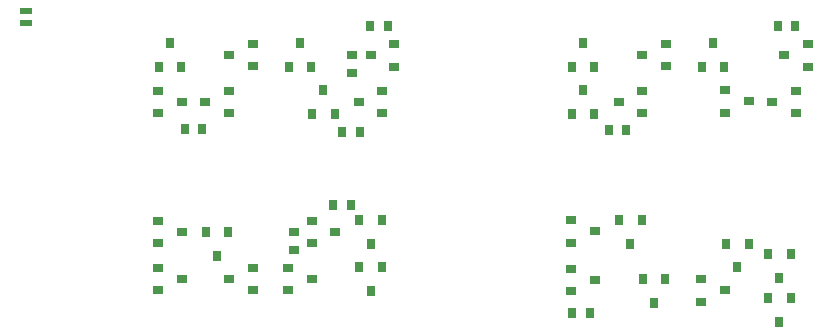
<source format=gbp>
G04 Layer_Color=128*
%FSLAX25Y25*%
%MOIN*%
G70*
G01*
G75*
%ADD10R,0.03543X0.02756*%
%ADD11R,0.02756X0.03543*%
%ADD40R,0.03543X0.03150*%
%ADD41R,0.03150X0.03543*%
%ADD42R,0.03937X0.02362*%
D10*
X96457Y78740D02*
D03*
X96457Y72835D02*
D03*
X115748Y131693D02*
D03*
X115748Y137598D02*
D03*
D11*
X115551Y87795D02*
D03*
X109646Y87795D02*
D03*
X127756Y147244D02*
D03*
X121850Y147244D02*
D03*
X60039Y112992D02*
D03*
X65945Y112992D02*
D03*
X112598Y112205D02*
D03*
X118504Y112205D02*
D03*
X263583Y147244D02*
D03*
X257677Y147244D02*
D03*
X201378Y112598D02*
D03*
X207283Y112598D02*
D03*
X189173Y51575D02*
D03*
X195079Y51575D02*
D03*
D40*
X122047Y137598D02*
D03*
X129921Y133858D02*
D03*
X129921Y141339D02*
D03*
X118110Y122047D02*
D03*
X125984Y118307D02*
D03*
X125984Y125787D02*
D03*
X59055Y122047D02*
D03*
X51181Y125787D02*
D03*
X51181Y118307D02*
D03*
X66929Y122047D02*
D03*
X74803Y118307D02*
D03*
X74803Y125787D02*
D03*
X74803Y137795D02*
D03*
X82677Y134055D02*
D03*
X82677Y141535D02*
D03*
X259842Y137598D02*
D03*
X267717Y133858D02*
D03*
X267717Y141339D02*
D03*
X255906Y122047D02*
D03*
X263779Y118307D02*
D03*
X263779Y125787D02*
D03*
X248031Y122244D02*
D03*
X240158Y125984D02*
D03*
X240158Y118504D02*
D03*
X204724Y122047D02*
D03*
X212598Y118307D02*
D03*
X212598Y125787D02*
D03*
X212598Y137795D02*
D03*
X220472Y134055D02*
D03*
X220472Y141535D02*
D03*
X196850Y62795D02*
D03*
X188976Y66535D02*
D03*
X188976Y59055D02*
D03*
X196850Y78937D02*
D03*
X188976Y82677D02*
D03*
X188976Y75197D02*
D03*
X240158Y59252D02*
D03*
X232283Y62992D02*
D03*
X232283Y55512D02*
D03*
X59055Y62992D02*
D03*
X51181Y66732D02*
D03*
X51181Y59252D02*
D03*
X59055Y78740D02*
D03*
X51181Y82480D02*
D03*
X51181Y75000D02*
D03*
X74803Y62992D02*
D03*
X82677Y59252D02*
D03*
X82677Y66732D02*
D03*
X110236Y78740D02*
D03*
X102362Y82480D02*
D03*
X102362Y75000D02*
D03*
X102362Y62992D02*
D03*
X94488Y66732D02*
D03*
X94488Y59252D02*
D03*
D41*
X106299Y125984D02*
D03*
X102559Y118110D02*
D03*
X110039Y118110D02*
D03*
X98425Y141732D02*
D03*
X94685Y133858D02*
D03*
X102165Y133858D02*
D03*
X55118Y141732D02*
D03*
X51378Y133858D02*
D03*
X58858Y133858D02*
D03*
X236221Y141732D02*
D03*
X232480Y133858D02*
D03*
X239961Y133858D02*
D03*
X192913Y141732D02*
D03*
X189173Y133858D02*
D03*
X196653Y133858D02*
D03*
X192913Y125984D02*
D03*
X189173Y118110D02*
D03*
X196653Y118110D02*
D03*
X208661Y74803D02*
D03*
X212402Y82677D02*
D03*
X204921Y82677D02*
D03*
X216535Y55118D02*
D03*
X220276Y62992D02*
D03*
X212795Y62992D02*
D03*
X258268Y48819D02*
D03*
X262008Y56693D02*
D03*
X254528Y56693D02*
D03*
X258268Y63386D02*
D03*
X262008Y71260D02*
D03*
X254528Y71260D02*
D03*
X244291Y66929D02*
D03*
X248031Y74803D02*
D03*
X240551Y74803D02*
D03*
X70866Y70866D02*
D03*
X74606Y78740D02*
D03*
X67126Y78740D02*
D03*
X122047Y59055D02*
D03*
X125787Y66929D02*
D03*
X118307Y66929D02*
D03*
X122047Y74803D02*
D03*
X125787Y82677D02*
D03*
X118307Y82677D02*
D03*
D42*
X7087Y152362D02*
D03*
X7087Y148425D02*
D03*
M02*

</source>
